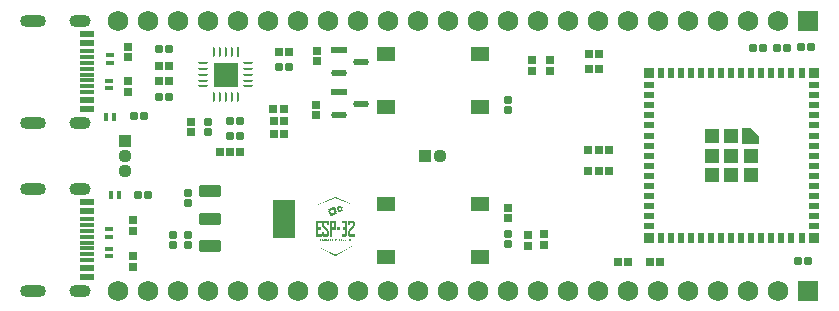
<source format=gts>
G04*
G04 #@! TF.GenerationSoftware,Altium Limited,Altium Designer,25.2.1 (25)*
G04*
G04 Layer_Color=8388736*
%FSLAX25Y25*%
%MOIN*%
G70*
G04*
G04 #@! TF.SameCoordinates,CFDFC737-2A4F-4172-B32B-428E1D980CDD*
G04*
G04*
G04 #@! TF.FilePolarity,Negative*
G04*
G01*
G75*
%ADD17R,0.05343X0.02253*%
G04:AMPARAMS|DCode=18|XSize=53.43mil|YSize=22.53mil|CornerRadius=11.26mil|HoleSize=0mil|Usage=FLASHONLY|Rotation=0.000|XOffset=0mil|YOffset=0mil|HoleType=Round|Shape=RoundedRectangle|*
%AMROUNDEDRECTD18*
21,1,0.05343,0.00000,0,0,0.0*
21,1,0.03091,0.02253,0,0,0.0*
1,1,0.02253,0.01545,0.00000*
1,1,0.02253,-0.01545,0.00000*
1,1,0.02253,-0.01545,0.00000*
1,1,0.02253,0.01545,0.00000*
%
%ADD18ROUNDEDRECTD18*%
%ADD24R,0.04528X0.02362*%
%ADD25R,0.04528X0.01181*%
G04:AMPARAMS|DCode=30|XSize=9.55mil|YSize=33.06mil|CornerRadius=4.77mil|HoleSize=0mil|Usage=FLASHONLY|Rotation=270.000|XOffset=0mil|YOffset=0mil|HoleType=Round|Shape=RoundedRectangle|*
%AMROUNDEDRECTD30*
21,1,0.00955,0.02351,0,0,270.0*
21,1,0.00000,0.03306,0,0,270.0*
1,1,0.00955,-0.01176,0.00000*
1,1,0.00955,-0.01176,0.00000*
1,1,0.00955,0.01176,0.00000*
1,1,0.00955,0.01176,0.00000*
%
%ADD30ROUNDEDRECTD30*%
G04:AMPARAMS|DCode=31|XSize=33.06mil|YSize=9.55mil|CornerRadius=4.77mil|HoleSize=0mil|Usage=FLASHONLY|Rotation=270.000|XOffset=0mil|YOffset=0mil|HoleType=Round|Shape=RoundedRectangle|*
%AMROUNDEDRECTD31*
21,1,0.03306,0.00000,0,0,270.0*
21,1,0.02351,0.00955,0,0,270.0*
1,1,0.00955,0.00000,-0.01176*
1,1,0.00955,0.00000,0.01176*
1,1,0.00955,0.00000,0.01176*
1,1,0.00955,0.00000,-0.01176*
%
%ADD31ROUNDEDRECTD31*%
%ADD32R,0.00955X0.03306*%
%ADD33R,0.06102X0.05118*%
%ADD37R,0.02526X0.02762*%
G04:AMPARAMS|DCode=38|XSize=27.62mil|YSize=25.26mil|CornerRadius=7.63mil|HoleSize=0mil|Usage=FLASHONLY|Rotation=90.000|XOffset=0mil|YOffset=0mil|HoleType=Round|Shape=RoundedRectangle|*
%AMROUNDEDRECTD38*
21,1,0.02762,0.00999,0,0,90.0*
21,1,0.01235,0.02526,0,0,90.0*
1,1,0.01527,0.00500,0.00618*
1,1,0.01527,0.00500,-0.00618*
1,1,0.01527,-0.00500,-0.00618*
1,1,0.01527,-0.00500,0.00618*
%
%ADD38ROUNDEDRECTD38*%
%ADD39R,0.02762X0.01778*%
G04:AMPARAMS|DCode=40|XSize=27.62mil|YSize=25.26mil|CornerRadius=7.63mil|HoleSize=0mil|Usage=FLASHONLY|Rotation=180.000|XOffset=0mil|YOffset=0mil|HoleType=Round|Shape=RoundedRectangle|*
%AMROUNDEDRECTD40*
21,1,0.02762,0.00999,0,0,180.0*
21,1,0.01235,0.02526,0,0,180.0*
1,1,0.01527,-0.00618,0.00500*
1,1,0.01527,0.00618,0.00500*
1,1,0.01527,0.00618,-0.00500*
1,1,0.01527,-0.00618,-0.00500*
%
%ADD40ROUNDEDRECTD40*%
%ADD41R,0.02762X0.02526*%
%ADD42R,0.03156X0.02762*%
%ADD43R,0.03550X0.03550*%
%ADD44R,0.01975X0.03550*%
%ADD45R,0.03550X0.01975*%
%ADD46R,0.05124X0.05124*%
%ADD47R,0.08071X0.08071*%
G04:AMPARAMS|DCode=48|XSize=39.43mil|YSize=72.9mil|CornerRadius=3.95mil|HoleSize=0mil|Usage=FLASHONLY|Rotation=90.000|XOffset=0mil|YOffset=0mil|HoleType=Round|Shape=RoundedRectangle|*
%AMROUNDEDRECTD48*
21,1,0.03943,0.06500,0,0,90.0*
21,1,0.03154,0.07290,0,0,90.0*
1,1,0.00790,0.03250,0.01577*
1,1,0.00790,0.03250,-0.01577*
1,1,0.00790,-0.03250,-0.01577*
1,1,0.00790,-0.03250,0.01577*
%
%ADD48ROUNDEDRECTD48*%
G04:AMPARAMS|DCode=49|XSize=129.98mil|YSize=72.9mil|CornerRadius=4.07mil|HoleSize=0mil|Usage=FLASHONLY|Rotation=90.000|XOffset=0mil|YOffset=0mil|HoleType=Round|Shape=RoundedRectangle|*
%AMROUNDEDRECTD49*
21,1,0.12998,0.06476,0,0,90.0*
21,1,0.12185,0.07290,0,0,90.0*
1,1,0.00813,0.03238,0.06093*
1,1,0.00813,0.03238,-0.06093*
1,1,0.00813,-0.03238,-0.06093*
1,1,0.00813,-0.03238,0.06093*
%
%ADD49ROUNDEDRECTD49*%
%ADD50R,0.01778X0.02762*%
G04:AMPARAMS|DCode=51|XSize=39.37mil|YSize=86.61mil|CornerRadius=19.68mil|HoleSize=0mil|Usage=FLASHONLY|Rotation=270.000|XOffset=0mil|YOffset=0mil|HoleType=Round|Shape=RoundedRectangle|*
%AMROUNDEDRECTD51*
21,1,0.03937,0.04724,0,0,270.0*
21,1,0.00000,0.08661,0,0,270.0*
1,1,0.03937,-0.02362,0.00000*
1,1,0.03937,-0.02362,0.00000*
1,1,0.03937,0.02362,0.00000*
1,1,0.03937,0.02362,0.00000*
%
%ADD51ROUNDEDRECTD51*%
G04:AMPARAMS|DCode=52|XSize=39.37mil|YSize=70.87mil|CornerRadius=19.68mil|HoleSize=0mil|Usage=FLASHONLY|Rotation=270.000|XOffset=0mil|YOffset=0mil|HoleType=Round|Shape=RoundedRectangle|*
%AMROUNDEDRECTD52*
21,1,0.03937,0.03150,0,0,270.0*
21,1,0.00000,0.07087,0,0,270.0*
1,1,0.03937,-0.01575,0.00000*
1,1,0.03937,-0.01575,0.00000*
1,1,0.03937,0.01575,0.00000*
1,1,0.03937,0.01575,0.00000*
%
%ADD52ROUNDEDRECTD52*%
%ADD53C,0.06800*%
%ADD54R,0.06800X0.06800*%
%ADD55C,0.04400*%
%ADD56R,0.04400X0.04400*%
%ADD57R,0.04400X0.04400*%
G36*
X248756Y56693D02*
Y53740D01*
X243244D01*
Y59252D01*
X246197D01*
X248756Y56693D01*
D02*
G37*
G36*
X107591Y36258D02*
X107785Y36157D01*
X107844Y36131D01*
X107899Y36119D01*
X107933Y36110D01*
X108022Y36047D01*
X108077Y36034D01*
X108111Y36026D01*
X108157Y35996D01*
X108208Y35962D01*
X108267Y35945D01*
X108343Y35903D01*
X108402Y35878D01*
X108436Y35869D01*
X108478Y35852D01*
X108588Y35802D01*
X108652Y35789D01*
X108719Y35747D01*
X108732Y35734D01*
X108774Y35717D01*
X108829Y35704D01*
X108871Y35688D01*
X108892Y35666D01*
X108909Y35658D01*
X108926Y35641D01*
X108985Y35624D01*
X109028Y35607D01*
X109078Y35574D01*
X109121Y35557D01*
X109154Y35548D01*
X109209Y35527D01*
X109315Y35481D01*
X109349Y35472D01*
X109395Y35459D01*
X109425Y35438D01*
X109476Y35405D01*
X109535Y35388D01*
X109602Y35362D01*
X109628Y35337D01*
X109645Y35329D01*
X109704Y35303D01*
X109759Y35282D01*
X109788Y35261D01*
X109805Y35244D01*
X109847Y35227D01*
X109881Y35219D01*
X109936Y35206D01*
X110008Y35168D01*
X110202Y35075D01*
X110257Y35062D01*
X110291Y35054D01*
X110304Y35041D01*
X110321Y35033D01*
X110346Y35007D01*
X110388Y34990D01*
X110456Y34973D01*
X110515Y34940D01*
X110532Y34923D01*
X110549Y34914D01*
X110591Y34898D01*
X110638Y34885D01*
X110688Y34851D01*
X110735Y34830D01*
X110794Y34813D01*
X110836Y34796D01*
X110853Y34788D01*
X110946Y34745D01*
X111009Y34733D01*
X111056Y34703D01*
X111073Y34686D01*
X111090Y34678D01*
X111132Y34661D01*
X111166Y34652D01*
X111212Y34640D01*
X111263Y34597D01*
X111309Y34576D01*
X111343Y34568D01*
X111436Y34517D01*
X111495Y34492D01*
X111542Y34479D01*
X111584Y34462D01*
X111673Y34424D01*
X111707Y34416D01*
X111762Y34395D01*
X111791Y34374D01*
X111850Y34340D01*
X111884Y34331D01*
X111964Y34302D01*
X111986Y34280D01*
X112002Y34272D01*
X112062Y34247D01*
X112117Y34226D01*
X112129Y34213D01*
X112146Y34205D01*
X112222Y34171D01*
X112256Y34162D01*
X112298Y34145D01*
X112374Y34111D01*
X112467Y34061D01*
X112526Y34035D01*
X112594Y34018D01*
X112649Y33997D01*
X112662Y33985D01*
X112679Y33976D01*
X112704Y33951D01*
X112771Y33934D01*
X112826Y33921D01*
X112856Y33900D01*
X112877Y33871D01*
X112915Y33858D01*
X112949Y33849D01*
X112995Y33837D01*
X113029Y33803D01*
X113050Y33765D01*
X113186Y33757D01*
X113215Y33735D01*
X113224Y33702D01*
X113190Y33693D01*
X113169Y33689D01*
X113143Y33697D01*
X113084Y33706D01*
X113033Y33757D01*
X112915Y33765D01*
X112869Y33795D01*
X112860Y33812D01*
X112847Y33824D01*
X112788Y33841D01*
X112721Y33849D01*
X112594Y33909D01*
X112560Y33917D01*
X112510Y33926D01*
X112400Y33976D01*
X112366Y33985D01*
X112260Y34023D01*
X112197Y34061D01*
X112154Y34078D01*
X112087Y34095D01*
X112032Y34116D01*
X111926Y34162D01*
X111863Y34175D01*
X111707Y34247D01*
X111639Y34264D01*
X111584Y34285D01*
X111512Y34323D01*
X111478Y34331D01*
X111432Y34344D01*
X111398Y34352D01*
X111301Y34399D01*
X111267Y34407D01*
X111191Y34424D01*
X111132Y34466D01*
X111056Y34500D01*
X110959Y34521D01*
X110916Y34538D01*
X110828Y34576D01*
X110773Y34589D01*
X110739Y34597D01*
X110650Y34644D01*
X110562Y34665D01*
X110515Y34695D01*
X110498Y34712D01*
X110481Y34720D01*
X110456Y34728D01*
X110422Y34737D01*
X110367Y34750D01*
X110325Y34767D01*
X110236Y34804D01*
X110202Y34813D01*
X110156Y34826D01*
X110114Y34843D01*
X110067Y34864D01*
X109932Y34906D01*
X109856Y34948D01*
X109797Y34973D01*
X109695Y34999D01*
X109585Y35050D01*
X109552Y35058D01*
X109501Y35067D01*
X109442Y35100D01*
X109366Y35134D01*
X109307Y35151D01*
X109252Y35164D01*
X109197Y35193D01*
X109192Y35197D01*
X109180Y35210D01*
X109133Y35223D01*
X109091Y35231D01*
X109057Y35240D01*
X109015Y35257D01*
X109002Y35269D01*
X108960Y35286D01*
X108892Y35303D01*
X108846Y35316D01*
X108816Y35329D01*
X108770Y35366D01*
X108715Y35388D01*
X108681Y35396D01*
X108626Y35409D01*
X108592Y35417D01*
X108495Y35464D01*
X108406Y35485D01*
X108364Y35502D01*
X108309Y35531D01*
X108275Y35540D01*
X108221Y35552D01*
X108191Y35565D01*
X108174Y35582D01*
X108157Y35590D01*
X108140Y35607D01*
X108098Y35624D01*
X108001Y35645D01*
X107959Y35662D01*
X107946Y35675D01*
X107887Y35700D01*
X107815Y35713D01*
X107773Y35730D01*
X107684Y35768D01*
X107637Y35781D01*
X107599Y35793D01*
X107566Y35802D01*
X107422Y35793D01*
X107380Y35776D01*
X107363Y35768D01*
X107312Y35734D01*
X107266Y35721D01*
X107232Y35713D01*
X107185Y35692D01*
X107151Y35683D01*
X107101Y35675D01*
X107050Y35641D01*
X106995Y35629D01*
X106928Y35586D01*
X106915Y35574D01*
X106847Y35557D01*
X106758Y35544D01*
X106716Y35527D01*
X106704Y35514D01*
X106628Y35481D01*
X106581Y35468D01*
X106539Y35451D01*
X106475Y35413D01*
X106408Y35396D01*
X106349Y35388D01*
X106306Y35362D01*
X106256Y35329D01*
X106188Y35312D01*
X106108Y35299D01*
X106065Y35282D01*
X106002Y35244D01*
X105956Y35231D01*
X105913Y35214D01*
X105884Y35185D01*
X105867Y35176D01*
X105825Y35159D01*
X105791Y35151D01*
X105690Y35142D01*
X105605Y35083D01*
X105550Y35071D01*
X105449Y35045D01*
X105406Y35028D01*
X105318Y34990D01*
X105284Y34982D01*
X105237Y34944D01*
X105199Y34923D01*
X105132Y34906D01*
X105051Y34893D01*
X105009Y34876D01*
X104997Y34864D01*
X104937Y34838D01*
X104857Y34809D01*
X104819Y34796D01*
X104751Y34788D01*
X104735Y34771D01*
X104718Y34762D01*
X104675Y34745D01*
X104620Y34724D01*
X104582Y34695D01*
X104566Y34686D01*
X104523Y34669D01*
X104392Y34648D01*
X104287Y34593D01*
X104253Y34585D01*
X104198Y34564D01*
X104109Y34517D01*
X104075Y34509D01*
X104016Y34500D01*
X103982Y34492D01*
X103936Y34454D01*
X103889Y34433D01*
X103856Y34424D01*
X103767Y34411D01*
X103725Y34395D01*
X103653Y34357D01*
X103572Y34327D01*
X103501Y34272D01*
X103442Y34264D01*
X103349Y34255D01*
X103255Y34196D01*
X103222Y34188D01*
X103137Y34162D01*
X103078Y34145D01*
X103023Y34124D01*
X102905Y34065D01*
X102841Y34027D01*
X102681Y33993D01*
X102520Y33917D01*
X102478Y33900D01*
X102393Y33892D01*
X102381Y33879D01*
X102377Y33866D01*
X102334Y33849D01*
X102301Y33841D01*
X102258Y33833D01*
X102208Y33782D01*
X102148Y33765D01*
X102030Y33773D01*
X102026Y33803D01*
X102056Y33841D01*
X102089Y33849D01*
X102208Y33866D01*
X102246Y33904D01*
X102250Y33917D01*
X102267Y33926D01*
X102309Y33942D01*
X102381Y33955D01*
X102398Y33972D01*
X102406Y33989D01*
X102461Y34018D01*
X102508Y34031D01*
X102550Y34048D01*
X102605Y34078D01*
X102647Y34095D01*
X102723Y34137D01*
X102782Y34162D01*
X102816Y34171D01*
X102880Y34183D01*
X102922Y34200D01*
X102951Y34221D01*
X102994Y34247D01*
X103036Y34264D01*
X103082Y34276D01*
X103124Y34293D01*
X103146Y34314D01*
X103163Y34323D01*
X103222Y34348D01*
X103255Y34357D01*
X103315Y34399D01*
X103420Y34437D01*
X103450Y34458D01*
X103467Y34475D01*
X103526Y34492D01*
X103615Y34505D01*
X103644Y34517D01*
X103720Y34568D01*
X103779Y34585D01*
X103834Y34606D01*
X103847Y34619D01*
X103864Y34627D01*
X103881Y34644D01*
X103940Y34669D01*
X103987Y34682D01*
X104016Y34703D01*
X104067Y34737D01*
X104130Y34750D01*
X104181Y34783D01*
X104194Y34796D01*
X104236Y34813D01*
X104295Y34821D01*
X104363Y34847D01*
X104388Y34872D01*
X104405Y34881D01*
X104447Y34898D01*
X104481Y34906D01*
X104536Y34919D01*
X104566Y34931D01*
X104612Y34969D01*
X104658Y34990D01*
X104705Y35003D01*
X104735Y35016D01*
X104751Y35033D01*
X104768Y35041D01*
X104785Y35058D01*
X104891Y35096D01*
X104954Y35134D01*
X105009Y35147D01*
X105056Y35176D01*
X105106Y35210D01*
X105174Y35227D01*
X105254Y35240D01*
X105292Y35269D01*
X105309Y35278D01*
X105326Y35295D01*
X105385Y35312D01*
X105419Y35320D01*
X105478Y35354D01*
X105529Y35388D01*
X105588Y35405D01*
X105647Y35438D01*
X105690Y35464D01*
X105723Y35472D01*
X105778Y35493D01*
X105799Y35514D01*
X105816Y35523D01*
X105875Y35548D01*
X105973Y35561D01*
X106040Y35603D01*
X106053Y35616D01*
X106095Y35633D01*
X106129Y35641D01*
X106175Y35654D01*
X106264Y35717D01*
X106319Y35730D01*
X106361Y35747D01*
X106391Y35776D01*
X106433Y35793D01*
X106480Y35806D01*
X106509Y35819D01*
X106526Y35835D01*
X106543Y35844D01*
X106602Y35869D01*
X106691Y35890D01*
X106737Y35920D01*
X106754Y35937D01*
X106839Y35962D01*
X106889Y35971D01*
X106970Y36026D01*
X107016Y36047D01*
X107063Y36059D01*
X107109Y36089D01*
X107126Y36106D01*
X107168Y36123D01*
X107249Y36152D01*
X107261Y36165D01*
X107320Y36191D01*
X107354Y36199D01*
X107413Y36233D01*
X107430Y36250D01*
X107473Y36266D01*
X107591Y36258D01*
D02*
G37*
G36*
X113372Y33672D02*
X113376Y33668D01*
X113380Y33664D01*
X113397Y33655D01*
X113401Y33634D01*
X113363Y33621D01*
X113278Y33630D01*
X113266Y33643D01*
X113257Y33668D01*
X113270Y33680D01*
X113372Y33672D01*
D02*
G37*
G36*
X101988Y33757D02*
X101992Y33727D01*
X101971Y33706D01*
X101903Y33689D01*
X101836Y33680D01*
X101815Y33659D01*
X101806Y33643D01*
X101777Y33613D01*
X101684Y33621D01*
X101663Y33643D01*
X101671Y33659D01*
X101684Y33672D01*
X101717Y33680D01*
X101760Y33689D01*
X101768D01*
X101810Y33697D01*
X101840Y33744D01*
X101853Y33757D01*
X101912Y33765D01*
X101988Y33757D01*
D02*
G37*
G36*
X101586Y33575D02*
X101578Y33558D01*
X101574Y33554D01*
X101565D01*
X101540Y33562D01*
X101536Y33575D01*
X101574Y33588D01*
X101586Y33575D01*
D02*
G37*
G36*
X113587D02*
Y33566D01*
X113595Y33558D01*
X113574Y33537D01*
X113524Y33545D01*
X113511Y33558D01*
X113519Y33583D01*
X113574Y33588D01*
X113587Y33575D01*
D02*
G37*
G36*
X106552Y33004D02*
X106589Y32916D01*
X106611Y32861D01*
X106619Y32742D01*
X106661Y32700D01*
X106767Y32662D01*
X106813Y32649D01*
X106868Y32637D01*
X106940Y32633D01*
X106987Y32671D01*
X107012Y32713D01*
X107037Y32738D01*
X107046Y32755D01*
X107063Y32797D01*
X107075Y32844D01*
X107101Y32869D01*
X107135Y32878D01*
X107228Y32869D01*
X107287Y32835D01*
X107329Y32793D01*
X107346Y32785D01*
X107359Y32747D01*
X107350Y32704D01*
X107325Y32662D01*
X107316Y32628D01*
X107308Y32578D01*
X107274Y32510D01*
X107299Y32468D01*
X107320Y32447D01*
X107337Y32438D01*
X107376Y32400D01*
X107384Y32383D01*
X107397Y32371D01*
X107413Y32362D01*
X107481Y32294D01*
X107515Y32286D01*
X107574Y32294D01*
X107667Y32345D01*
X107701Y32379D01*
X107756Y32392D01*
X107819Y32396D01*
X107857Y32366D01*
X107874Y32324D01*
X107882Y32307D01*
X107921Y32261D01*
X107942Y32240D01*
X107959Y32197D01*
X107916Y32138D01*
X107870Y32092D01*
X107853Y32083D01*
X107781Y32037D01*
X107773Y32020D01*
X107747Y31995D01*
X107739Y31978D01*
X107722Y31935D01*
X107756Y31876D01*
X107781Y31817D01*
X107794Y31737D01*
X107802Y31703D01*
X107836Y31669D01*
X107921Y31661D01*
X108085Y31648D01*
X108119Y31640D01*
X108149Y31627D01*
X108161Y31614D01*
X108170Y31580D01*
X108178Y31487D01*
X108187Y31462D01*
X108178Y31437D01*
X108153Y31394D01*
X108107Y31348D01*
X108047Y31340D01*
X107895Y31331D01*
X107857Y31302D01*
X107849Y31268D01*
X107840Y31242D01*
X107832Y31209D01*
X107811Y31120D01*
X107798Y31073D01*
X107807Y31006D01*
X107844Y30959D01*
X107887Y30934D01*
X107963Y30892D01*
X107997Y30858D01*
X108013Y30849D01*
X108035Y30837D01*
X108052Y30795D01*
X108039Y30740D01*
X108013Y30672D01*
X107992Y30642D01*
X107946Y30596D01*
X107929Y30587D01*
X107904Y30579D01*
X107853Y30587D01*
X107811Y30604D01*
X107756Y30625D01*
X107709Y30672D01*
X107676Y30680D01*
X107642Y30672D01*
X107574Y30604D01*
X107561Y30600D01*
X107553Y30583D01*
X107498Y30503D01*
X107477Y30482D01*
X107460Y30439D01*
X107451Y30406D01*
X107460Y30355D01*
X107545Y30220D01*
X107561Y30178D01*
X107553Y30127D01*
X107481Y30055D01*
X107422Y30030D01*
X107405Y30021D01*
X107346Y29996D01*
X107329Y30004D01*
X107291Y30042D01*
X107282Y30059D01*
X107223Y30118D01*
X107215Y30135D01*
X107198Y30152D01*
X107190Y30169D01*
X107177Y30182D01*
X107135Y30199D01*
X107101Y30207D01*
X107020Y30194D01*
X106953Y30169D01*
X106940Y30156D01*
X106864Y30123D01*
X106847Y30114D01*
X106826Y30093D01*
X106818Y30034D01*
X106826Y30000D01*
X106818Y29915D01*
X106809Y29814D01*
X106797Y29801D01*
X106763Y29793D01*
X106640Y29780D01*
X106619Y29776D01*
X106594Y29785D01*
X106552Y29810D01*
X106530Y29831D01*
X106522Y29865D01*
X106513Y29890D01*
X106497Y29958D01*
X106488Y30085D01*
X106458Y30114D01*
X106315Y30123D01*
X106273Y30139D01*
X106213Y30148D01*
X106188Y30139D01*
X106112Y30097D01*
X106070Y30013D01*
X106049Y29983D01*
X106015Y29932D01*
X105990Y29890D01*
X105943Y29877D01*
X105901Y29903D01*
X105884Y29920D01*
X105867Y29928D01*
X105757Y29987D01*
X105753Y30051D01*
X105761Y30076D01*
X105770Y30110D01*
X105791Y30165D01*
X105821Y30245D01*
X105837Y30287D01*
X105829Y30338D01*
X105808Y30359D01*
X105753Y30380D01*
X105723Y30402D01*
X105630Y30494D01*
X105613Y30503D01*
X105588Y30511D01*
X105546Y30503D01*
X105525Y30490D01*
X105516Y30473D01*
X105503Y30461D01*
X105461Y30444D01*
X105406Y30423D01*
X105377Y30402D01*
X105351Y30376D01*
X105292Y30385D01*
X105280Y30397D01*
X105271Y30414D01*
X105191Y30520D01*
X105170Y30558D01*
X105178Y30617D01*
X105203Y30642D01*
X105208Y30655D01*
X105225Y30663D01*
X105271Y30702D01*
X105288Y30718D01*
X105297Y30735D01*
X105318Y30756D01*
X105334Y30765D01*
X105373Y30803D01*
X105377Y30858D01*
X105368Y30900D01*
X105343Y31001D01*
X105301Y31069D01*
X105258Y31111D01*
X105225Y31120D01*
X105094Y31116D01*
X105043Y31124D01*
X105001Y31141D01*
X104988Y31154D01*
X104971Y31162D01*
X104950Y31217D01*
X104941Y31344D01*
X104950Y31369D01*
X104975Y31411D01*
X105009Y31420D01*
X105094Y31428D01*
X105123Y31441D01*
X105166Y31458D01*
X105199Y31466D01*
X105242Y31475D01*
X105263Y31496D01*
X105280Y31555D01*
X105288Y31665D01*
X105297Y31690D01*
X105305Y31724D01*
X105313Y31749D01*
X105280Y31809D01*
X105242Y31847D01*
X105225Y31855D01*
X105208Y31872D01*
X105191Y31880D01*
X105132Y31906D01*
X105072Y31940D01*
X105051Y31995D01*
X105064Y32041D01*
X105094Y32071D01*
X105111Y32113D01*
X105132Y32168D01*
X105157Y32193D01*
X105250Y32185D01*
X105292Y32168D01*
X105428Y32134D01*
X105457Y32130D01*
X105491Y32138D01*
X105525Y32172D01*
X105533Y32189D01*
X105563Y32219D01*
X105580Y32227D01*
X105584Y32231D01*
X105609Y32256D01*
X105618Y32273D01*
X105656Y32320D01*
X105668Y32333D01*
X105677Y32366D01*
X105668Y32409D01*
X105626Y32468D01*
X105601Y32510D01*
X105567Y32620D01*
X105575Y32679D01*
X105596Y32700D01*
X105673Y32742D01*
X105706Y32776D01*
X105740Y32785D01*
X105774Y32776D01*
X105821Y32738D01*
X105896Y32662D01*
X105905Y32645D01*
X105939Y32586D01*
X105951Y32573D01*
X105994Y32557D01*
X106087Y32565D01*
X106171Y32624D01*
X106218Y32637D01*
X106247Y32658D01*
X106268Y32679D01*
X106294Y32781D01*
X106285Y32916D01*
X106332Y32979D01*
X106349Y32987D01*
X106391Y33004D01*
X106450Y32996D01*
X106492Y33013D01*
X106552Y33004D01*
D02*
G37*
G36*
X108740Y33342D02*
X108753Y33330D01*
X108783Y33250D01*
X108804Y33228D01*
X108812Y33211D01*
X108829Y33195D01*
X108837Y33161D01*
X108863Y33093D01*
X108884Y33064D01*
X108901Y33055D01*
X108943Y33038D01*
X109002Y33030D01*
X109154Y33038D01*
X109226Y33093D01*
X109235Y33110D01*
X109268Y33169D01*
X109311Y33228D01*
X109336Y33271D01*
X109357Y33292D01*
X109391Y33300D01*
X109433Y33283D01*
X109514Y33254D01*
X109543Y33233D01*
X109564Y33211D01*
X109581Y33169D01*
X109573Y33102D01*
X109505Y32958D01*
X109497Y32924D01*
X109505Y32890D01*
X109539Y32831D01*
X109573Y32781D01*
X109598Y32738D01*
X109619Y32717D01*
X109636Y32709D01*
X109687Y32675D01*
X109746Y32683D01*
X109805Y32709D01*
X109915Y32717D01*
X110025Y32709D01*
X110046Y32688D01*
X110054Y32645D01*
Y32637D01*
X110063Y32569D01*
X110088Y32510D01*
X110080Y32493D01*
X110059Y32472D01*
X110000Y32438D01*
X109966Y32404D01*
X109906Y32388D01*
X109860Y32375D01*
X109830Y32354D01*
X109818Y32341D01*
X109784Y32231D01*
X109776Y32147D01*
X109784Y32087D01*
X109822Y32049D01*
X109839Y32041D01*
X109856Y32024D01*
X109873Y32016D01*
X109906Y31982D01*
X109924Y31973D01*
X109949Y31948D01*
X109966Y31940D01*
X109983Y31923D01*
X110042Y31889D01*
X110054Y31876D01*
X110046Y31792D01*
X110012Y31758D01*
X109961Y31665D01*
X109898Y31644D01*
X109873Y31652D01*
X109818Y31665D01*
X109729Y31711D01*
X109670Y31737D01*
X109636Y31745D01*
X109602Y31737D01*
X109581Y31724D01*
X109573Y31707D01*
X109543Y31669D01*
X109526Y31661D01*
X109480Y31623D01*
X109471Y31606D01*
X109429Y31547D01*
X109421Y31513D01*
X109429Y31428D01*
X109480Y31318D01*
X109471Y31259D01*
X109433Y31213D01*
X109416Y31196D01*
X109374Y31179D01*
X109315Y31162D01*
X109239Y31170D01*
X109222Y31187D01*
X109209Y31192D01*
X109201Y31209D01*
X109167Y31285D01*
X109150Y31327D01*
X109091Y31403D01*
X109053Y31441D01*
X108985Y31458D01*
X108850Y31449D01*
X108774Y31407D01*
X108723Y31323D01*
X108711Y31318D01*
X108702Y31302D01*
X108652Y31209D01*
X108639Y31196D01*
X108605Y31187D01*
X108537Y31196D01*
X108512Y31221D01*
X108495Y31230D01*
X108419Y31272D01*
X108398Y31293D01*
X108390Y31327D01*
X108440Y31437D01*
X108453Y31492D01*
X108461Y31525D01*
X108478Y31568D01*
X108483Y31614D01*
X108440Y31682D01*
X108415Y31724D01*
X108385Y31745D01*
X108356Y31775D01*
X108347Y31792D01*
X108326Y31813D01*
X108292Y31821D01*
X108238Y31809D01*
X108191Y31796D01*
X108149Y31779D01*
X108090Y31762D01*
X107988Y31771D01*
X107959Y31800D01*
X107929Y31880D01*
X107916Y31893D01*
X107908Y31910D01*
X107899Y31935D01*
X107908Y31978D01*
X107954Y32041D01*
X107997Y32058D01*
X108030Y32066D01*
X108077Y32079D01*
X108123Y32125D01*
X108183Y32159D01*
X108204Y32214D01*
X108195Y32434D01*
X108166Y32463D01*
X108132Y32472D01*
X108073Y32514D01*
X107963Y32573D01*
X107950Y32611D01*
X107959Y32721D01*
X108001Y32781D01*
X108047Y32827D01*
X108081Y32835D01*
X108123Y32827D01*
X108183Y32802D01*
X108238Y32789D01*
X108280Y32772D01*
X108326Y32751D01*
X108352Y32759D01*
X108444Y32810D01*
X108466Y32840D01*
X108487Y32861D01*
X108546Y32895D01*
X108559Y32907D01*
X108563Y32945D01*
X108542Y33017D01*
X108533Y33093D01*
X108525Y33119D01*
X108512Y33173D01*
X108508Y33228D01*
X108533Y33271D01*
X108546Y33283D01*
X108626Y33313D01*
X108656Y33334D01*
X108698Y33351D01*
X108740Y33342D01*
D02*
G37*
G36*
X107388Y28314D02*
X107451Y28301D01*
X107494Y28284D01*
X107540Y28263D01*
X107595Y28242D01*
X107629Y28217D01*
X107637Y28200D01*
X107667Y28170D01*
X107684Y28162D01*
X107701Y28145D01*
X107713Y28141D01*
X107722Y28124D01*
X107781Y28065D01*
X107798Y27997D01*
X107811Y27951D01*
X107840Y27854D01*
X107849Y27794D01*
X107840Y25749D01*
X107815Y25690D01*
X107798Y25622D01*
X107777Y25534D01*
X107730Y25470D01*
X107722Y25453D01*
X107684Y25407D01*
X107667Y25398D01*
X107650Y25381D01*
X107633Y25373D01*
X107608Y25348D01*
X107515Y25297D01*
X107490Y25289D01*
X107388Y25280D01*
X107346Y25263D01*
X106260Y25267D01*
X106218Y25251D01*
X106209Y25225D01*
X106218Y25191D01*
X106230Y25179D01*
X106247Y25170D01*
X106319Y25115D01*
X106327Y25082D01*
X106319Y23053D01*
X106298Y23024D01*
X106264Y23015D01*
X106129Y23024D01*
X105850D01*
X105732Y23015D01*
X105706Y23024D01*
X105664Y23049D01*
X105651Y23062D01*
X105643Y23096D01*
X105634Y23155D01*
X105643Y23189D01*
X105639Y28035D01*
X105647Y28086D01*
X105651Y28107D01*
X105618Y28166D01*
X105575Y28242D01*
X105542Y28276D01*
X105550Y28310D01*
X105563Y28322D01*
X105685Y28318D01*
X107363Y28322D01*
X107388Y28314D01*
D02*
G37*
G36*
X111030Y28289D02*
X111064Y28280D01*
X111195Y28259D01*
X111229Y28251D01*
X111271Y28225D01*
X111280Y28208D01*
X111318Y28170D01*
X111335Y28162D01*
X111432Y28065D01*
X111440Y28031D01*
X111500Y27938D01*
X111516Y27820D01*
X111525Y26366D01*
Y26358D01*
X111516Y26079D01*
X111508Y26053D01*
X111491Y26011D01*
X111449Y25918D01*
X111428Y25863D01*
X111411Y25838D01*
X111394Y25829D01*
X111339Y25774D01*
X111331Y25758D01*
X111238Y25698D01*
X111216Y25677D01*
X111200Y25669D01*
X111178Y25648D01*
X111187Y25614D01*
X111208Y25593D01*
X111267Y25567D01*
X111309Y25542D01*
X111356Y25504D01*
X111398Y25462D01*
X111407Y25445D01*
X111424Y25428D01*
X111457Y25352D01*
X111491Y25267D01*
X111508Y25208D01*
X111516Y25149D01*
X111521Y23497D01*
X111491Y23400D01*
X111500Y23366D01*
X111491Y23324D01*
X111457Y23273D01*
X111415Y23197D01*
X111309Y23091D01*
X111267Y23074D01*
X111221Y23062D01*
X111170Y23028D01*
X111132Y23015D01*
X111069Y23019D01*
X111026Y23002D01*
X110993Y22994D01*
X110912Y22990D01*
X110887Y22998D01*
X110802Y22990D01*
X109784Y22994D01*
X109704Y22990D01*
X109666Y23019D01*
X109657Y23079D01*
X109666Y23780D01*
X109678Y23793D01*
X109712Y23801D01*
X109835Y23797D01*
X110667Y23801D01*
X110693Y23793D01*
X110777Y23801D01*
X110815Y23831D01*
X110824Y23865D01*
X110815Y23949D01*
X110819Y25204D01*
X110798Y25234D01*
X110743Y25255D01*
X110638Y25251D01*
X110029Y25259D01*
X110000Y25280D01*
X109987Y25327D01*
X109995Y25386D01*
X110004Y26020D01*
X110016Y26041D01*
X110084Y26058D01*
X110785Y26066D01*
X110815Y26096D01*
X110824Y26129D01*
X110815Y26239D01*
X110807Y27456D01*
X110769Y27494D01*
X110709Y27503D01*
X110650Y27494D01*
X109792Y27498D01*
X109695Y27494D01*
X109666Y27524D01*
X109657Y27558D01*
X109666Y28259D01*
X109695Y28297D01*
X109818Y28293D01*
X111005Y28297D01*
X111030Y28289D01*
D02*
G37*
G36*
X102998Y28301D02*
X103032Y28284D01*
X103049Y28225D01*
X103044Y27663D01*
X103049Y27566D01*
X103027Y27528D01*
X102985Y27511D01*
X102909Y27503D01*
X102884Y27511D01*
X101772Y27515D01*
X101743Y27503D01*
X101730Y27490D01*
X101739Y27456D01*
X101751Y27444D01*
X101827Y27401D01*
X101865Y27363D01*
X101882Y27321D01*
X101891Y27287D01*
X101882Y27228D01*
Y26839D01*
Y26831D01*
X101891Y26087D01*
X101912Y26066D01*
X101946Y26058D01*
X102664Y26049D01*
X102685Y26037D01*
X102693Y26003D01*
X102698Y25306D01*
X102685Y25276D01*
X102664Y25255D01*
X102579Y25246D01*
X102546Y25255D01*
X101916Y25251D01*
X101802Y25255D01*
X101760Y25229D01*
X101747Y25217D01*
X101755Y25191D01*
X101777Y25170D01*
X101794Y25162D01*
X101853Y25120D01*
X101865Y25107D01*
X101882Y25048D01*
X101891Y23831D01*
X101912Y23810D01*
X101988Y23801D01*
X102013Y23810D01*
X102068Y23805D01*
X102808Y23810D01*
X102833Y23801D01*
X102960Y23810D01*
X102985Y23801D01*
X103019Y23793D01*
X103040Y23772D01*
X103049Y23738D01*
X103044Y23641D01*
X103049Y23096D01*
X103015Y23036D01*
X102994Y23015D01*
X102960Y23007D01*
X102930Y23002D01*
X101240Y23011D01*
X101206Y23045D01*
X101198Y23079D01*
X101193Y23159D01*
X101198Y27997D01*
X101189Y28023D01*
X101198Y28082D01*
X101206Y28107D01*
X101181Y28149D01*
X101168Y28162D01*
X101155Y28166D01*
X101147Y28183D01*
X101130Y28225D01*
X101122Y28259D01*
X101130Y28293D01*
X101143Y28306D01*
X102947Y28310D01*
X102998Y28301D01*
D02*
G37*
G36*
X103889Y28306D02*
X104899Y28310D01*
X104941Y28301D01*
X104984Y28284D01*
X105072Y28246D01*
X105119Y28234D01*
X105166Y28204D01*
X105182Y28187D01*
X105199Y28179D01*
X105258Y28137D01*
X105305Y28065D01*
X105322Y28048D01*
X105330Y28031D01*
X105347Y27989D01*
X105356Y27929D01*
X105364Y27896D01*
X105377Y27765D01*
X105385Y26818D01*
X105389Y26763D01*
X105351Y26717D01*
X105267Y26708D01*
X104726Y26717D01*
X104705Y26730D01*
X104688Y26772D01*
X104697Y26907D01*
X104688Y27482D01*
X104667Y27503D01*
X104608Y27511D01*
X103860Y27507D01*
X103817Y27515D01*
X103771Y27520D01*
X103733Y27498D01*
X103742Y27465D01*
X103763Y27444D01*
X103779Y27435D01*
X103809Y27414D01*
X103817Y27397D01*
X103834Y27380D01*
X103843Y27363D01*
X103856Y27351D01*
X103868Y27346D01*
X103877Y27329D01*
X103885Y27304D01*
X103894Y26670D01*
X103932Y26632D01*
X103948Y26624D01*
X103961Y26611D01*
X103970Y26594D01*
X104004Y26535D01*
X104016Y26522D01*
X104033Y26514D01*
X104054Y26484D01*
X104092Y26438D01*
X104130Y26400D01*
X104139Y26383D01*
X104156Y26366D01*
X104164Y26349D01*
X104181Y26332D01*
X104189Y26315D01*
X104215Y26290D01*
X104223Y26273D01*
X104291Y26206D01*
X104299Y26189D01*
X104316Y26172D01*
X104320Y26159D01*
X104337Y26151D01*
X104375Y26112D01*
X104409Y26053D01*
X104451Y26011D01*
X104460Y25994D01*
X104485Y25969D01*
X104494Y25952D01*
X104519Y25927D01*
X104527Y25910D01*
X104561Y25851D01*
X104620Y25791D01*
X104629Y25774D01*
X104675Y25728D01*
X104688Y25724D01*
X104697Y25707D01*
X104730Y25648D01*
X104789Y25589D01*
X104798Y25572D01*
X104832Y25538D01*
X104840Y25521D01*
X104857Y25504D01*
X104866Y25487D01*
X104882Y25470D01*
X104891Y25453D01*
X104933Y25411D01*
X104967Y25352D01*
X104980Y25339D01*
X104997Y25331D01*
X105018Y25310D01*
X105026Y25293D01*
X105064Y25246D01*
X105111Y25200D01*
X105144Y25141D01*
X105246Y25039D01*
X105254Y25022D01*
X105288Y24963D01*
X105356Y24896D01*
X105381Y24811D01*
X105385Y24756D01*
X105381Y23560D01*
X105389Y23535D01*
X105381Y23510D01*
X105373Y23459D01*
X105364Y23434D01*
X105356Y23332D01*
X105313Y23273D01*
X105288Y23248D01*
X105267Y23193D01*
X105246Y23163D01*
X105161Y23112D01*
X105157Y23100D01*
X105140Y23091D01*
X105123Y23074D01*
X105081Y23057D01*
X105026Y23036D01*
X104980Y23015D01*
X104899Y23019D01*
X104857Y23011D01*
X103678Y23007D01*
X103619Y23032D01*
X103585Y23041D01*
X103526Y23049D01*
X103450Y23057D01*
X103412Y23096D01*
X103403Y23112D01*
X103391Y23125D01*
X103374Y23133D01*
X103327Y23172D01*
X103315Y23184D01*
X103311Y23189D01*
X103260Y23239D01*
X103251Y23256D01*
X103234Y23298D01*
X103222Y23345D01*
X103184Y23408D01*
X103175Y23822D01*
X103171Y24545D01*
X103180Y24596D01*
X103192Y24608D01*
X103196Y24621D01*
X103247Y24638D01*
X103272Y24629D01*
X103856Y24621D01*
X103877Y24600D01*
X103885Y24541D01*
X103894Y23831D01*
X103915Y23810D01*
X103974Y23801D01*
X104109Y23810D01*
X104587Y23805D01*
X104637Y23814D01*
X104667Y23835D01*
X104680Y23848D01*
X104697Y23915D01*
X104688Y24608D01*
X104646Y24667D01*
X104629Y24684D01*
X104620Y24701D01*
X104561Y24760D01*
X104519Y24836D01*
X104489Y24858D01*
X104460Y24887D01*
X104451Y24904D01*
X104430Y24934D01*
X104413Y24942D01*
X104392Y24963D01*
X104350Y25039D01*
X104240Y25149D01*
X104232Y25166D01*
X104215Y25183D01*
X104206Y25200D01*
X104156Y25251D01*
X104147Y25267D01*
X104105Y25327D01*
X104054Y25377D01*
X104046Y25394D01*
X103978Y25462D01*
X103936Y25538D01*
X103902Y25572D01*
X103894Y25589D01*
X103877Y25605D01*
X103868Y25622D01*
X103826Y25665D01*
X103792Y25724D01*
X103771Y25745D01*
X103754Y25753D01*
X103742Y25766D01*
X103733Y25783D01*
X103716Y25800D01*
X103708Y25817D01*
X103687Y25838D01*
X103670Y25846D01*
X103632Y25910D01*
X103623Y25927D01*
X103606Y25943D01*
X103598Y25960D01*
X103560Y25998D01*
X103543Y26007D01*
X103522Y26028D01*
X103513Y26045D01*
X103496Y26062D01*
X103463Y26121D01*
X103420Y26163D01*
X103412Y26180D01*
X103374Y26227D01*
X103336Y26265D01*
X103327Y26282D01*
X103311Y26298D01*
X103302Y26315D01*
X103268Y26349D01*
X103260Y26366D01*
X103243Y26383D01*
X103234Y26400D01*
X103192Y26442D01*
X103175Y26484D01*
X103171Y26548D01*
X103180Y27832D01*
X103196Y27900D01*
X103230Y27993D01*
X103251Y28048D01*
X103260Y28065D01*
X103298Y28111D01*
X103319Y28132D01*
X103327Y28149D01*
X103340Y28162D01*
X103357Y28170D01*
X103416Y28213D01*
X103433Y28229D01*
X103450Y28238D01*
X103475Y28246D01*
X103509Y28255D01*
X103556Y28268D01*
X103627Y28297D01*
X103779Y28306D01*
X103805Y28314D01*
X103889Y28306D01*
D02*
G37*
G36*
X109137Y26058D02*
X109159Y26037D01*
X109167Y26003D01*
X109163Y25889D01*
X109167Y25436D01*
Y25428D01*
X109159Y25293D01*
X109146Y25272D01*
X109087Y25255D01*
X108090Y25263D01*
X108060Y25284D01*
X108052Y25318D01*
X108043Y25360D01*
X108052Y25386D01*
X108047Y25441D01*
X108052Y25648D01*
X108043Y25673D01*
X108047Y25939D01*
X108043Y26020D01*
X108064Y26049D01*
X108098Y26058D01*
X108157Y26066D01*
X109137Y26058D01*
D02*
G37*
G36*
X113481Y28314D02*
X113528Y28301D01*
X113570Y28284D01*
X113604Y28276D01*
X113646Y28268D01*
X113680Y28259D01*
X113748Y28217D01*
X113769Y28196D01*
X113786Y28187D01*
X113836Y28153D01*
X113853Y28145D01*
X113895Y28060D01*
X113917Y28031D01*
X113934Y28014D01*
X113950Y27972D01*
X113963Y27841D01*
X113971Y27790D01*
X113976Y27760D01*
X113967Y27735D01*
X113971Y26522D01*
X113963Y26480D01*
X113946Y26438D01*
X113904Y26387D01*
X113857Y26315D01*
X113798Y26256D01*
X113790Y26239D01*
X113773Y26222D01*
X113769Y26210D01*
X113752Y26201D01*
X113731Y26180D01*
X113714Y26138D01*
X113688Y26096D01*
X113553Y25960D01*
X113519Y25901D01*
X113486Y25868D01*
X113477Y25851D01*
X113431Y25804D01*
X113414Y25796D01*
X113401Y25783D01*
X113359Y25707D01*
X113317Y25665D01*
X113283Y25605D01*
X113253Y25576D01*
X113241Y25572D01*
X113232Y25555D01*
X113177Y25475D01*
X113148Y25445D01*
X113139Y25428D01*
X113118Y25407D01*
X113101Y25398D01*
X113072Y25369D01*
X113038Y25310D01*
X113004Y25276D01*
X112995Y25259D01*
X112962Y25200D01*
X112949Y25187D01*
X112932Y25179D01*
X112886Y25132D01*
X112877Y25115D01*
X112864Y25103D01*
X112847Y25094D01*
X112826Y25073D01*
X112818Y25056D01*
X112776Y24997D01*
X112759Y24980D01*
X112750Y24963D01*
X112733Y24946D01*
X112729Y24934D01*
X112712Y24925D01*
X112687Y24900D01*
X112674Y24896D01*
X112632Y24820D01*
X112590Y24777D01*
X112556Y24718D01*
X112488Y24651D01*
X112476Y24596D01*
X112467Y24520D01*
X112476Y23877D01*
X112488Y23848D01*
X112510Y23826D01*
X112543Y23818D01*
X113938Y23810D01*
X113959Y23788D01*
X113967Y23755D01*
X113976Y23704D01*
X113967Y23679D01*
X113971Y23133D01*
X113959Y23062D01*
X113929Y23024D01*
X113895Y23015D01*
X113735Y23024D01*
X112311Y23019D01*
X112235Y23028D01*
X112163Y23049D01*
X112129Y23057D01*
X112036Y23066D01*
X112015Y23087D01*
X112007Y23104D01*
X111977Y23133D01*
X111918Y23167D01*
X111880Y23205D01*
X111871Y23222D01*
X111846Y23265D01*
X111787Y23391D01*
X111778Y23425D01*
X111770Y23535D01*
X111778Y24887D01*
X111817Y24925D01*
X111833Y24934D01*
X111855Y24955D01*
X111863Y24972D01*
X111888Y24997D01*
X111897Y25014D01*
X111914Y25031D01*
X111952Y25094D01*
X111969Y25103D01*
X112007Y25141D01*
X112015Y25158D01*
X112036Y25179D01*
X112053Y25187D01*
X112083Y25217D01*
X112091Y25251D01*
X112133Y25310D01*
X112167Y25343D01*
X112176Y25360D01*
X112205Y25398D01*
X112222Y25407D01*
X112269Y25453D01*
X112277Y25470D01*
X112311Y25504D01*
X112319Y25521D01*
X112362Y25580D01*
X112412Y25631D01*
X112446Y25690D01*
X112480Y25724D01*
X112514Y25783D01*
X112552Y25821D01*
X112569Y25829D01*
X112581Y25842D01*
X112590Y25859D01*
X112628Y25905D01*
X112641Y25918D01*
X112674Y25977D01*
X112687Y25990D01*
X112704Y25998D01*
X112725Y26020D01*
X112733Y26037D01*
X112788Y26117D01*
X112810Y26138D01*
X112843Y26197D01*
X112856Y26210D01*
X112873Y26218D01*
X112911Y26256D01*
X112919Y26273D01*
X112970Y26324D01*
X112978Y26341D01*
X113017Y26387D01*
X113038Y26408D01*
X113046Y26425D01*
X113063Y26442D01*
X113072Y26459D01*
X113084Y26472D01*
X113101Y26480D01*
X113139Y26518D01*
X113173Y26577D01*
X113207Y26611D01*
X113215Y26628D01*
X113249Y26687D01*
X113266Y26704D01*
X113274Y26721D01*
X113291Y26738D01*
X113295Y26801D01*
X113291Y27422D01*
X113300Y27448D01*
X113291Y27490D01*
X113270Y27511D01*
X113211Y27520D01*
X112471Y27515D01*
X112395Y27524D01*
X112374Y27528D01*
X112349Y27520D01*
X112311Y27498D01*
X112319Y27465D01*
X112340Y27444D01*
X112374Y27435D01*
X112421Y27397D01*
X112429Y27380D01*
X112471Y27321D01*
X112463Y26738D01*
X112417Y26717D01*
X112357Y26708D01*
X111800Y26717D01*
X111770Y26746D01*
Y27600D01*
Y27608D01*
X111778Y27854D01*
X111787Y27879D01*
X111795Y27913D01*
X111804Y27972D01*
X111821Y27989D01*
X111846Y28048D01*
X111871Y28090D01*
X111931Y28149D01*
X111939Y28166D01*
X111969Y28187D01*
X112015Y28225D01*
X112045Y28255D01*
X112138Y28280D01*
X112209Y28293D01*
X112252Y28310D01*
X112285Y28318D01*
X113456Y28322D01*
X113481Y28314D01*
D02*
G37*
G36*
X106082Y22149D02*
X106108Y22132D01*
X106116Y22098D01*
X106082Y22039D01*
X106070Y22026D01*
X106011Y22018D01*
X105985Y22026D01*
X105901Y22018D01*
X105888Y22005D01*
Y21997D01*
X105880Y21971D01*
X105901Y21950D01*
X105935Y21942D01*
X105994Y21934D01*
X106032Y21904D01*
X106023Y21870D01*
X106011Y21857D01*
X105968Y21840D01*
X105905Y21828D01*
X105888Y21811D01*
X105896Y21777D01*
X105909Y21765D01*
X106087Y21756D01*
X106125Y21735D01*
X106133Y21701D01*
X106095Y21655D01*
X106027Y21638D01*
X105888Y21642D01*
X105808Y21638D01*
X105761Y21676D01*
X105753Y21735D01*
X105761Y22107D01*
X105782Y22145D01*
X105825Y22162D01*
X105960Y22153D01*
X105985Y22162D01*
X106082Y22149D01*
D02*
G37*
G36*
X103315Y22153D02*
X103353Y22124D01*
X103344Y22064D01*
X103323Y22035D01*
X103281Y22018D01*
X103196Y22026D01*
X103146Y22018D01*
X103124Y21997D01*
X103133Y21955D01*
X103180Y21942D01*
X103239Y21934D01*
X103255Y21917D01*
X103268Y21912D01*
X103277Y21887D01*
X103255Y21857D01*
X103196Y21840D01*
X103163Y21832D01*
X103124Y21811D01*
X103133Y21777D01*
X103171Y21765D01*
X103323Y21756D01*
X103365Y21731D01*
X103370Y21693D01*
X103349Y21663D01*
X103306Y21646D01*
X103272Y21638D01*
X103133Y21642D01*
X103044Y21638D01*
X103027Y21655D01*
X103015Y21659D01*
X102998Y21718D01*
X103006Y22115D01*
X103036Y22153D01*
X103095Y22162D01*
X103180Y22153D01*
X103196D01*
X103222Y22162D01*
X103315Y22153D01*
D02*
G37*
G36*
X112624Y22149D02*
X112641Y22132D01*
X112632Y22107D01*
Y22098D01*
X112607Y22073D01*
X112598Y22056D01*
X112560Y22009D01*
X112543Y22001D01*
X112514Y21980D01*
X112505Y21946D01*
X112564Y21862D01*
X112573Y21828D01*
X112632Y21743D01*
X112649Y21701D01*
X112641Y21642D01*
X112628Y21629D01*
X112602Y21621D01*
X112526Y21663D01*
X112514Y21676D01*
X112505Y21693D01*
X112455Y21786D01*
X112442Y21798D01*
X112391Y21824D01*
X112370Y21802D01*
X112362Y21667D01*
X112324Y21629D01*
X112273Y21638D01*
X112260Y21650D01*
X112252Y21684D01*
X112243Y21794D01*
X112252Y21853D01*
X112248Y22077D01*
X112256Y22119D01*
X112277Y22149D01*
X112340Y22153D01*
X112362Y22132D01*
X112370Y22048D01*
X112408Y22043D01*
X112467Y22086D01*
X112484Y22094D01*
X112535Y22145D01*
X112569Y22153D01*
X112590Y22157D01*
X112624Y22149D01*
D02*
G37*
G36*
X109197Y22153D02*
X109209Y22140D01*
X109201Y22107D01*
X109163Y22060D01*
X109150Y22048D01*
X109142Y22031D01*
X109121Y22009D01*
X109108Y22005D01*
X109099Y21988D01*
X109083Y21971D01*
X109074Y21921D01*
X109150Y21811D01*
X109159Y21794D01*
X109218Y21667D01*
X109209Y21642D01*
X109197Y21629D01*
X109129Y21638D01*
X109112Y21655D01*
X109095Y21663D01*
X109049Y21735D01*
X109007Y21794D01*
X108998Y21811D01*
X108977Y21832D01*
X108943Y21824D01*
X108930Y21786D01*
X108935Y21697D01*
X108926Y21663D01*
X108905Y21633D01*
X108859Y21629D01*
X108837Y21642D01*
X108821Y21684D01*
X108812Y21769D01*
X108821Y21904D01*
X108816Y22060D01*
X108825Y22111D01*
X108859Y22153D01*
X108876D01*
X108909Y22145D01*
X108930Y22124D01*
X108939Y22048D01*
X108952Y22035D01*
X108973Y22031D01*
X108998Y22048D01*
X109007Y22064D01*
X109053Y22111D01*
X109070Y22119D01*
X109087Y22136D01*
X109146Y22162D01*
X109197Y22153D01*
D02*
G37*
G36*
X111022D02*
X111098Y22111D01*
X111111Y22098D01*
X111119Y22064D01*
X111111Y22022D01*
X111073Y22009D01*
X111014Y22018D01*
X110954Y22060D01*
X110921Y22052D01*
X110908Y22039D01*
X110900Y22005D01*
Y21997D01*
X110921Y21959D01*
X110954Y21950D01*
X111009Y21929D01*
X111022Y21917D01*
X111081Y21883D01*
X111094Y21870D01*
X111111Y21811D01*
X111119Y21752D01*
X111102Y21710D01*
X111081Y21688D01*
X110988Y21638D01*
X110946Y21621D01*
X110883Y21633D01*
X110828Y21655D01*
X110781Y21667D01*
X110739Y21684D01*
X110722Y21701D01*
X110714Y21760D01*
X110739Y21802D01*
X110760Y21807D01*
X110819Y21773D01*
X110862Y21756D01*
X110895Y21748D01*
X110938Y21756D01*
X110967Y21786D01*
X110959Y21811D01*
X110938Y21832D01*
X110878Y21849D01*
X110845Y21857D01*
X110802Y21883D01*
X110790Y21895D01*
X110747Y21988D01*
X110756Y22039D01*
X110815Y22115D01*
X110828Y22128D01*
X110845Y22136D01*
X110887Y22153D01*
X110921Y22162D01*
X111022Y22153D01*
D02*
G37*
G36*
X104811D02*
X104819Y22145D01*
X104827D01*
X104903Y22086D01*
X104916Y22056D01*
X104887Y22018D01*
X104853Y22009D01*
X104785Y22018D01*
X104743Y22035D01*
X104692Y22026D01*
X104646Y21988D01*
X104629Y21971D01*
X104612Y21912D01*
X104620Y21819D01*
X104637Y21802D01*
X104646Y21786D01*
X104692Y21765D01*
X104751Y21773D01*
X104789Y21802D01*
X104764Y21845D01*
X104747Y21887D01*
X104768Y21917D01*
X104827Y21925D01*
X104903Y21917D01*
X104920Y21900D01*
X104933Y21895D01*
X104941Y21862D01*
X104933Y21735D01*
X104903Y21697D01*
X104887Y21688D01*
X104836Y21655D01*
X104781Y21642D01*
X104743Y21638D01*
X104718Y21646D01*
X104650Y21655D01*
X104608Y21671D01*
X104591Y21680D01*
X104553Y21710D01*
X104544Y21726D01*
X104519Y21752D01*
X104510Y21769D01*
X104477Y21802D01*
X104468Y21862D01*
X104477Y21938D01*
X104544Y22064D01*
X104582Y22103D01*
X104599Y22111D01*
X104658Y22153D01*
X104718Y22162D01*
X104811Y22153D01*
D02*
G37*
G36*
X103830D02*
X103936Y22098D01*
X103944Y22081D01*
X103953Y22056D01*
X103944Y22031D01*
X103923Y22009D01*
X103868Y22005D01*
X103834Y22014D01*
X103801Y22031D01*
X103796Y22035D01*
X103771Y22043D01*
X103758Y22031D01*
X103767Y21980D01*
X103788Y21950D01*
X103805Y21942D01*
X103932Y21874D01*
X103953Y21853D01*
X103970Y21811D01*
X103961Y21735D01*
X103898Y21671D01*
X103881Y21663D01*
X103856Y21638D01*
X103796Y21621D01*
X103763Y21629D01*
X103708Y21650D01*
X103674Y21659D01*
X103632Y21667D01*
X103589Y21684D01*
X103572Y21726D01*
X103581Y21777D01*
X103594Y21790D01*
X103653Y21781D01*
X103746Y21739D01*
X103788Y21756D01*
X103809Y21777D01*
X103801Y21819D01*
X103779Y21840D01*
X103712Y21857D01*
X103653Y21891D01*
X103636Y21917D01*
X103619Y21925D01*
X103598Y21946D01*
X103581Y21988D01*
X103594Y22035D01*
X103627Y22086D01*
X103644Y22094D01*
X103661Y22111D01*
X103678Y22119D01*
X103737Y22153D01*
X103771Y22162D01*
X103830Y22153D01*
D02*
G37*
G36*
X108267Y22145D02*
X108280Y22132D01*
X108271Y22073D01*
X108254Y22056D01*
X108246Y22039D01*
X108233Y22026D01*
X108229Y22022D01*
X108187Y21929D01*
X108178Y21912D01*
X108161Y21895D01*
X108153Y21879D01*
X108136Y21862D01*
X108128Y21828D01*
X108119Y21659D01*
X108090Y21629D01*
X108039Y21638D01*
X108018Y21659D01*
X108001Y21726D01*
X108009Y21752D01*
X108001Y21828D01*
X107967Y21887D01*
X107916Y21980D01*
X107887Y22001D01*
X107866Y22048D01*
X107857Y22081D01*
X107870Y22128D01*
X107895Y22153D01*
X107937Y22145D01*
X107975Y22107D01*
X107984Y22090D01*
X108026Y22031D01*
X108035Y22014D01*
X108073Y22001D01*
X108111Y22022D01*
X108119Y22039D01*
X108174Y22119D01*
X108208Y22153D01*
X108267Y22145D01*
D02*
G37*
G36*
X110515D02*
X110536Y22098D01*
X110528Y21819D01*
X110464Y21697D01*
X110447Y21688D01*
X110338Y21638D01*
X110278Y21646D01*
X110236Y21663D01*
X110181Y21684D01*
X110152Y21705D01*
X110131Y21760D01*
X110118Y21824D01*
X110101Y21891D01*
X110097Y21946D01*
X110105Y21971D01*
X110114Y22124D01*
X110143Y22153D01*
X110202Y22145D01*
X110223Y22124D01*
X110232Y21988D01*
X110223Y21904D01*
X110232Y21879D01*
X110240Y21811D01*
X110261Y21781D01*
X110304Y21765D01*
X110346Y21773D01*
X110376Y21794D01*
X110392Y21853D01*
X110401Y22115D01*
X110405Y22119D01*
X110409Y22124D01*
X110418Y22140D01*
X110456Y22153D01*
X110515Y22145D01*
D02*
G37*
G36*
X112019Y22136D02*
X112049Y22107D01*
X112066Y22039D01*
Y21904D01*
Y21895D01*
X112057Y21684D01*
X112019Y21638D01*
X111960Y21646D01*
X111948Y21659D01*
X111931Y21701D01*
X111939Y22124D01*
X111960Y22145D01*
X112019Y22136D01*
D02*
G37*
G36*
X111428D02*
X111440Y22098D01*
X111445Y22052D01*
X111440Y21988D01*
X111466Y21946D01*
X111478Y21934D01*
X111580Y21942D01*
X111609Y21963D01*
X111618Y21997D01*
X111626Y22107D01*
X111647Y22136D01*
X111690Y22153D01*
X111732Y22145D01*
X111745Y22132D01*
X111753Y22098D01*
Y22031D01*
Y22022D01*
X111745Y21693D01*
X111707Y21646D01*
X111673Y21638D01*
X111639Y21646D01*
X111626Y21659D01*
X111618Y21693D01*
X111609Y21794D01*
X111588Y21815D01*
X111529Y21832D01*
X111478Y21824D01*
X111457Y21811D01*
X111449Y21777D01*
X111436Y21671D01*
X111424Y21642D01*
X111411Y21629D01*
X111377Y21621D01*
X111335Y21646D01*
X111322Y21659D01*
X111305Y21718D01*
X111314Y22124D01*
X111343Y22153D01*
X111386Y22162D01*
X111428Y22136D01*
D02*
G37*
G36*
X104270Y22145D02*
X104291Y22098D01*
Y21845D01*
Y21836D01*
X104282Y21693D01*
X104244Y21646D01*
X104210Y21638D01*
X104177Y21646D01*
X104156Y21667D01*
X104147Y21701D01*
X104143Y21781D01*
X104151Y22103D01*
X104177Y22145D01*
X104210Y22153D01*
X104270Y22145D01*
D02*
G37*
G36*
X105271Y22124D02*
X105280Y22107D01*
X105322Y22039D01*
X105339Y21997D01*
X105347Y21963D01*
X105373Y21921D01*
X105411Y21917D01*
X105423Y21929D01*
X105440Y21988D01*
Y22005D01*
Y22014D01*
X105449Y22140D01*
X105487Y22153D01*
X105529Y22145D01*
X105550Y22124D01*
X105559Y22064D01*
X105550Y21676D01*
X105533Y21659D01*
X105525Y21642D01*
X105512Y21629D01*
X105453Y21638D01*
X105432Y21659D01*
X105389Y21735D01*
X105356Y21811D01*
X105347Y21828D01*
X105326Y21849D01*
X105284Y21840D01*
X105263Y21819D01*
X105254Y21693D01*
X105216Y21646D01*
X105191Y21638D01*
X105149Y21646D01*
X105136Y21659D01*
X105128Y21718D01*
X105136Y22098D01*
X105166Y22145D01*
X105225Y22162D01*
X105271Y22124D01*
D02*
G37*
G36*
X109712Y22145D02*
X109733Y22124D01*
X109742Y22090D01*
X109784Y22014D01*
X109818Y21938D01*
X109835Y21895D01*
X109843Y21862D01*
X109885Y21769D01*
X109894Y21735D01*
X109885Y21642D01*
X109873Y21629D01*
X109835Y21625D01*
X109805Y21638D01*
X109788Y21655D01*
X109771Y21663D01*
X109746Y21688D01*
X109661Y21714D01*
X109611Y21705D01*
X109594Y21688D01*
X109518Y21646D01*
X109501Y21629D01*
X109467Y21621D01*
X109442Y21629D01*
X109429Y21642D01*
X109438Y21726D01*
X109442Y21731D01*
X109488Y21836D01*
X109501Y21900D01*
X109535Y21950D01*
X109547Y21963D01*
X109564Y22005D01*
X109573Y22039D01*
X109598Y22107D01*
X109619Y22136D01*
X109636Y22145D01*
X109661Y22153D01*
X109712Y22145D01*
D02*
G37*
G36*
X107473Y22153D02*
X107498Y22145D01*
X107545Y22132D01*
X107574Y22119D01*
X107621Y22081D01*
X107629Y22064D01*
X107637Y22039D01*
X107646Y22005D01*
X107637Y21980D01*
X107629Y21895D01*
X107637Y21862D01*
X107680Y21819D01*
X107684Y21781D01*
X107667Y21739D01*
X107654Y21726D01*
X107646Y21710D01*
X107616Y21680D01*
X107574Y21663D01*
X107540Y21655D01*
X107536Y21650D01*
X107490Y21638D01*
X107422Y21621D01*
X107329Y21629D01*
X107291Y21659D01*
X107274Y21726D01*
X107282Y22098D01*
X107304Y22136D01*
X107320Y22145D01*
X107346Y22153D01*
X107380Y22162D01*
X107473Y22153D01*
D02*
G37*
G36*
X106450D02*
X106543Y22145D01*
X106585Y22128D01*
X106678Y22077D01*
X106725Y22031D01*
X106750Y21971D01*
X106758Y21938D01*
X106746Y21815D01*
X106737Y21781D01*
X106704Y21731D01*
X106670Y21697D01*
X106611Y21671D01*
X106556Y21650D01*
X106484Y21629D01*
X106382Y21621D01*
X106340Y21646D01*
X106319Y21693D01*
Y21701D01*
X106311Y21735D01*
X106319Y22098D01*
X106357Y22153D01*
X106416Y22162D01*
X106450Y22153D01*
D02*
G37*
G36*
X102503D02*
X102567Y22140D01*
X102601Y22132D01*
X102672Y22103D01*
X102749Y22060D01*
X102770Y22005D01*
X102795Y21912D01*
X102803Y21879D01*
X102795Y21811D01*
X102744Y21718D01*
X102715Y21688D01*
X102681Y21680D01*
X102639Y21663D01*
X102537Y21638D01*
X102487Y21629D01*
X102478D01*
X102453Y21621D01*
X102385Y21629D01*
X102364Y21667D01*
X102356Y21701D01*
X102364Y22124D01*
X102385Y22153D01*
X102444Y22162D01*
X102503Y22153D01*
D02*
G37*
G36*
X113422Y19956D02*
X113426Y19935D01*
X113405Y19914D01*
X113355Y19922D01*
X113350Y19926D01*
X113355Y19956D01*
X113388Y19964D01*
X113422Y19956D01*
D02*
G37*
G36*
X113270Y19888D02*
X113278D01*
X113291Y19867D01*
X113262Y19829D01*
X113228Y19821D01*
X113177Y19829D01*
X113173Y19842D01*
X113203Y19880D01*
X113262Y19897D01*
X113270Y19888D01*
D02*
G37*
G36*
X101671Y19774D02*
X101663Y19757D01*
X101658Y19753D01*
X101650D01*
X101620Y19766D01*
X101625Y19787D01*
X101646Y19791D01*
X101671Y19774D01*
D02*
G37*
G36*
X113173Y19825D02*
X113148Y19757D01*
X113135Y19745D01*
X113076Y19728D01*
X113042Y19719D01*
X113029Y19707D01*
X113021Y19690D01*
X113000Y19669D01*
X112941Y19652D01*
X112890Y19643D01*
X112869Y19631D01*
X112860Y19614D01*
X112831Y19576D01*
X112797Y19567D01*
X112742Y19546D01*
X112687Y19491D01*
X112632Y19470D01*
X112585Y19440D01*
X112459Y19373D01*
X112433Y19347D01*
X112324Y19288D01*
X112307Y19271D01*
X112290Y19263D01*
X112231Y19238D01*
X112171Y19204D01*
X112154Y19187D01*
X112138Y19178D01*
X112062Y19136D01*
X112019Y19111D01*
X111977Y19094D01*
X111884Y19043D01*
X111867Y19026D01*
X111850Y19018D01*
X111770Y18963D01*
X111749Y18942D01*
X111707Y18925D01*
X111690Y18916D01*
X111614Y18866D01*
X111580Y18857D01*
X111525Y18836D01*
X111495Y18815D01*
X111470Y18790D01*
X111453Y18781D01*
X111360Y18731D01*
X111326Y18697D01*
X111267Y18680D01*
X111208Y18646D01*
X111200Y18629D01*
X111183Y18621D01*
X111090Y18570D01*
X111064Y18545D01*
X111022Y18528D01*
X110954Y18502D01*
X110904Y18452D01*
X110849Y18430D01*
X110802Y18401D01*
X110769Y18367D01*
X110714Y18346D01*
X110676Y18316D01*
X110659Y18308D01*
X110600Y18283D01*
X110553Y18270D01*
X110523Y18249D01*
X110490Y18215D01*
X110473Y18206D01*
X110431Y18190D01*
X110388Y18164D01*
X110354Y18131D01*
X110245Y18071D01*
X110228Y18054D01*
X110185Y18037D01*
X110131Y18016D01*
X110084Y17970D01*
X110042Y17953D01*
X109983Y17919D01*
X109949Y17885D01*
X109843Y17847D01*
X109797Y17801D01*
X109754Y17784D01*
X109712Y17759D01*
X109661Y17725D01*
X109628Y17716D01*
X109573Y17695D01*
X109522Y17653D01*
X109509Y17640D01*
X109433Y17598D01*
X109399Y17564D01*
X109290Y17505D01*
X109273Y17488D01*
X109214Y17471D01*
X109159Y17450D01*
X109112Y17404D01*
X109053Y17378D01*
X109011Y17353D01*
X108977Y17319D01*
X108935Y17302D01*
X108888Y17290D01*
X108859Y17268D01*
X108825Y17235D01*
X108783Y17218D01*
X108740Y17192D01*
X108694Y17154D01*
X108647Y17142D01*
X108588Y17108D01*
X108563Y17083D01*
X108546Y17074D01*
X108453Y17023D01*
X108419Y16990D01*
X108364Y16969D01*
X108314Y16935D01*
X108301Y16922D01*
X108216Y16897D01*
X108174Y16871D01*
X108140Y16838D01*
X108081Y16812D01*
X108039Y16787D01*
X108005Y16753D01*
X107895Y16694D01*
X107878Y16677D01*
X107836Y16660D01*
X107781Y16639D01*
X107760Y16618D01*
X107743Y16609D01*
X107718Y16584D01*
X107676Y16567D01*
X107633Y16542D01*
X107608Y16516D01*
X107591Y16508D01*
X107549Y16491D01*
X107490Y16499D01*
X107405Y16559D01*
X107342Y16571D01*
X107312Y16592D01*
X107261Y16643D01*
X107206Y16656D01*
X107160Y16685D01*
X107135Y16711D01*
X107118Y16719D01*
X107025Y16770D01*
X107008Y16787D01*
X106902Y16825D01*
X106851Y16859D01*
X106839Y16871D01*
X106797Y16888D01*
X106742Y16909D01*
X106674Y16952D01*
X106628Y16973D01*
X106552Y17015D01*
X106526Y17040D01*
X106484Y17057D01*
X106425Y17091D01*
X106391Y17125D01*
X106349Y17142D01*
X106306Y17167D01*
X106256Y17201D01*
X106222Y17209D01*
X106167Y17230D01*
X106154Y17243D01*
X106137Y17252D01*
X106121Y17268D01*
X106078Y17285D01*
X105998Y17315D01*
X105977Y17336D01*
X105960Y17345D01*
X105943Y17361D01*
X105888Y17383D01*
X105859Y17395D01*
X105812Y17433D01*
X105698Y17497D01*
X105664Y17530D01*
X105559Y17569D01*
X105529Y17598D01*
X105470Y17623D01*
X105411Y17657D01*
X105360Y17691D01*
X105305Y17704D01*
X105237Y17746D01*
X105225Y17759D01*
X105166Y17784D01*
X105106Y17818D01*
X105081Y17843D01*
X105022Y17860D01*
X104967Y17881D01*
X104941Y17907D01*
X104933Y17923D01*
X104887Y17945D01*
X104819Y17970D01*
X104777Y18012D01*
X104667Y18071D01*
X104650Y18088D01*
X104591Y18105D01*
X104536Y18126D01*
X104506Y18156D01*
X104489Y18164D01*
X104413Y18198D01*
X104320Y18249D01*
X104210Y18308D01*
X104151Y18350D01*
X104096Y18371D01*
X104050Y18418D01*
X103991Y18443D01*
X103974Y18452D01*
X103915Y18494D01*
X103873Y18511D01*
X103826Y18523D01*
X103775Y18557D01*
X103763Y18570D01*
X103720Y18587D01*
X103687Y18595D01*
X103627Y18629D01*
X103568Y18671D01*
X103534Y18680D01*
X103475Y18714D01*
X103450Y18739D01*
X103433Y18747D01*
X103340Y18798D01*
X103315Y18823D01*
X103272Y18840D01*
X103180Y18891D01*
X103053Y18959D01*
X102977Y18993D01*
X102934Y19009D01*
X102875Y19052D01*
X102833Y19069D01*
X102778Y19090D01*
X102740Y19128D01*
X102723Y19136D01*
X102698Y19145D01*
X102630Y19162D01*
X102609Y19174D01*
X102601Y19191D01*
X102563Y19229D01*
X102529Y19238D01*
X102474Y19259D01*
X102440Y19293D01*
X102436Y19305D01*
X102393Y19322D01*
X102339Y19343D01*
X102292Y19390D01*
X102258Y19398D01*
X102208Y19407D01*
X102161Y19445D01*
X102132Y19474D01*
X102077Y19487D01*
X102009Y19512D01*
X101971Y19550D01*
X101912Y19567D01*
X101857Y19597D01*
X101848Y19614D01*
X101827Y19643D01*
X101760Y19660D01*
X101743Y19669D01*
X101722Y19690D01*
X101730Y19715D01*
X101768Y19728D01*
X101794Y19719D01*
X101823Y19707D01*
X101831Y19690D01*
X101853Y19660D01*
X101912Y19652D01*
X101946Y19643D01*
X101988Y19618D01*
X102000Y19605D01*
X102005Y19592D01*
X102022Y19584D01*
X102064Y19567D01*
X102123Y19559D01*
X102153Y19538D01*
X102161Y19521D01*
X102174Y19508D01*
X102241Y19491D01*
X102288Y19478D01*
X102343Y19423D01*
X102377Y19415D01*
X102427Y19407D01*
X102503Y19356D01*
X102537Y19347D01*
X102592Y19326D01*
X102622Y19305D01*
X102639Y19288D01*
X102681Y19271D01*
X102774Y19238D01*
X102858Y19187D01*
X102901Y19170D01*
X103027Y19111D01*
X103391Y18933D01*
X103425Y18925D01*
X103480Y18904D01*
X103526Y18857D01*
X103585Y18840D01*
X103636Y18832D01*
X103682Y18794D01*
X103737Y18764D01*
X103771Y18756D01*
X103813Y18739D01*
X103860Y18701D01*
X103906Y18680D01*
X103982Y18663D01*
X104042Y18621D01*
X104118Y18587D01*
X104151Y18578D01*
X104236Y18519D01*
X104270Y18511D01*
X104337Y18485D01*
X104371Y18452D01*
X104413Y18435D01*
X104447Y18426D01*
X104523Y18384D01*
X104540Y18367D01*
X104582Y18350D01*
X104629Y18338D01*
X104675Y18308D01*
X104692Y18291D01*
X104735Y18274D01*
X104815Y18245D01*
X104866Y18211D01*
X104950Y18177D01*
X105034Y18126D01*
X105106Y18105D01*
X105161Y18084D01*
X105182Y18063D01*
X105199Y18054D01*
X105216Y18037D01*
X105275Y18021D01*
X105330Y18000D01*
X105385Y17970D01*
X105732Y17801D01*
X105799Y17784D01*
X105842Y17759D01*
X105875Y17725D01*
X105935Y17708D01*
X105990Y17695D01*
X106019Y17674D01*
X106036Y17657D01*
X106053Y17649D01*
X106112Y17623D01*
X106146Y17615D01*
X106205Y17573D01*
X106281Y17539D01*
X106332Y17530D01*
X106416Y17471D01*
X106522Y17433D01*
X106543Y17412D01*
X106560Y17404D01*
X106577Y17387D01*
X106623Y17374D01*
X106657Y17366D01*
X106704Y17336D01*
X106720Y17319D01*
X106780Y17294D01*
X106826Y17281D01*
X106877Y17247D01*
X106889Y17235D01*
X106932Y17218D01*
X106966Y17209D01*
X107025Y17176D01*
X107042Y17159D01*
X107101Y17133D01*
X107168Y17108D01*
X107219Y17074D01*
X107299Y17044D01*
X107367Y17002D01*
X107413Y16981D01*
X107468Y16960D01*
X107549Y16956D01*
X107591Y16973D01*
X107667Y17015D01*
X107684Y17032D01*
X107743Y17049D01*
X107798Y17070D01*
X107836Y17108D01*
X107853Y17116D01*
X107912Y17142D01*
X107929D01*
X107988Y17176D01*
X108013Y17201D01*
X108056Y17218D01*
X108111Y17230D01*
X108161Y17264D01*
X108191Y17294D01*
X108250Y17311D01*
X108305Y17332D01*
X108326Y17353D01*
X108343Y17361D01*
X108419Y17395D01*
X108453Y17404D01*
X108470Y17421D01*
X108487Y17429D01*
X108504Y17446D01*
X108521Y17454D01*
X108563Y17471D01*
X108609Y17484D01*
X108639Y17505D01*
X108690Y17539D01*
X108795Y17577D01*
X108825Y17606D01*
X108884Y17632D01*
X108930Y17645D01*
X108981Y17678D01*
X108994Y17691D01*
X109053Y17716D01*
X109112Y17750D01*
X109129Y17767D01*
X109171Y17784D01*
X109205Y17792D01*
X109281Y17835D01*
X109298Y17852D01*
X109404Y17890D01*
X109450Y17936D01*
X109552Y17962D01*
X109602Y18012D01*
X109645Y18029D01*
X109691Y18042D01*
X109742Y18084D01*
X109763Y18105D01*
X109822Y18114D01*
X109864Y18131D01*
X109906Y18173D01*
X109966Y18198D01*
X109983Y18206D01*
X110029Y18245D01*
X110084Y18266D01*
X110131Y18278D01*
X110177Y18308D01*
X110211Y18342D01*
X110278Y18359D01*
X110321Y18376D01*
X110354Y18409D01*
X110371Y18418D01*
X110414Y18435D01*
X110460Y18447D01*
X110507Y18477D01*
X110532Y18502D01*
X110574Y18519D01*
X110608Y18528D01*
X110684Y18570D01*
X110701Y18587D01*
X110743Y18604D01*
X110790Y18616D01*
X110836Y18646D01*
X110887Y18680D01*
X110942Y18692D01*
X110971Y18705D01*
X111018Y18743D01*
X111064Y18764D01*
X111098Y18773D01*
X111140Y18790D01*
X111157Y18807D01*
X111174Y18815D01*
X111191Y18832D01*
X111297Y18870D01*
X111352Y18908D01*
X111411Y18933D01*
X111453Y18959D01*
X111504Y18993D01*
X111550Y19005D01*
X111597Y19035D01*
X111622Y19060D01*
X111639Y19069D01*
X111664Y19077D01*
X111719Y19090D01*
X111766Y19119D01*
X111791Y19145D01*
X111833Y19162D01*
X111867Y19170D01*
X111909Y19187D01*
X111956Y19225D01*
X111969Y19238D01*
X112015Y19250D01*
X112083Y19293D01*
X112095Y19305D01*
X112112Y19314D01*
X112154Y19331D01*
X112188Y19339D01*
X112248Y19373D01*
X112273Y19398D01*
X112383Y19457D01*
X112459Y19491D01*
X112535Y19533D01*
X112560Y19559D01*
X112619Y19576D01*
X112674Y19597D01*
X112704Y19618D01*
X112712Y19635D01*
X112729Y19643D01*
X112771Y19660D01*
X112831Y19669D01*
X112860Y19690D01*
X112869Y19707D01*
X112890Y19728D01*
X112949Y19745D01*
X113004Y19757D01*
X113038Y19791D01*
X113042Y19804D01*
X113084Y19821D01*
X113118Y19829D01*
X113173Y19825D01*
D02*
G37*
%LPC*%
G36*
X106602Y32041D02*
X106475Y32032D01*
X106450Y32024D01*
X106382Y32016D01*
X106340Y31999D01*
X106306Y31990D01*
X106251Y31969D01*
X106205Y31923D01*
X106146Y31897D01*
X106108Y31876D01*
X106099Y31859D01*
X106065Y31800D01*
X106015Y31749D01*
X105939Y31589D01*
X105926Y31517D01*
X105909Y31449D01*
X105905Y31394D01*
X105913Y31369D01*
X105926Y31238D01*
X105935Y31196D01*
X105951Y31154D01*
X105964Y31141D01*
X106040Y30997D01*
X106057Y30980D01*
X106065Y30964D01*
X106087Y30942D01*
X106163Y30900D01*
X106184Y30871D01*
X106205Y30849D01*
X106247Y30832D01*
X106290Y30807D01*
X106340Y30773D01*
X106399Y30765D01*
X106492Y30756D01*
X106535Y30740D01*
X106602Y30748D01*
X106628Y30756D01*
X106661Y30765D01*
X106788Y30773D01*
X106847Y30816D01*
X106923Y30849D01*
X106966Y30875D01*
X106995Y30921D01*
X107054Y30980D01*
X107088Y31040D01*
X107130Y31082D01*
X107147Y31141D01*
X107164Y31209D01*
X107181Y31259D01*
X107185Y31264D01*
X107202Y31306D01*
X107211Y31340D01*
X107215Y31437D01*
X107206Y31462D01*
X107194Y31509D01*
X107173Y31563D01*
X107156Y31623D01*
X107126Y31703D01*
X107063Y31792D01*
X107054Y31809D01*
X107012Y31868D01*
X106999Y31880D01*
X106944Y31901D01*
X106915Y31923D01*
X106902Y31935D01*
X106894Y31952D01*
X106873Y31973D01*
X106813Y31990D01*
X106780Y31999D01*
X106691Y32011D01*
X106649Y32028D01*
X106602Y32041D01*
D02*
G37*
G36*
X108994Y32616D02*
X108909Y32607D01*
X108850Y32573D01*
X108795Y32552D01*
X108745Y32510D01*
X108736Y32493D01*
X108706Y32472D01*
X108685Y32451D01*
X108668Y32392D01*
X108656Y32345D01*
X108626Y32273D01*
X108635Y32155D01*
X108668Y32079D01*
X108711Y32003D01*
X108723Y31990D01*
X108783Y31956D01*
X108791D01*
X108816Y31931D01*
X108833Y31923D01*
X108909Y31889D01*
X108968Y31880D01*
X109061Y31889D01*
X109087Y31897D01*
X109159Y31910D01*
X109205Y31940D01*
X109311Y32045D01*
X109328Y32087D01*
X109353Y32180D01*
X109362Y32206D01*
X109353Y32231D01*
X109345Y32265D01*
X109336Y32392D01*
X109302Y32451D01*
X109260Y32493D01*
X109252Y32510D01*
X109214Y32548D01*
X109167Y32561D01*
X109053Y32607D01*
X108994Y32616D01*
D02*
G37*
G36*
X107084Y27520D02*
X106568D01*
X106196Y27511D01*
X106184Y27498D01*
X106192Y27448D01*
X106239Y27427D01*
X106298Y27393D01*
X106319Y27372D01*
X106336Y27270D01*
X106327Y27245D01*
X106336Y26087D01*
X106357Y26066D01*
X106416Y26058D01*
X106501Y26066D01*
X107097Y26062D01*
X107126Y26074D01*
X107147Y26096D01*
X107139Y27490D01*
X107118Y27511D01*
X107084Y27520D01*
D02*
G37*
G36*
X109704Y21925D02*
X109666Y21921D01*
X109661Y21917D01*
X109645Y21908D01*
X109632Y21870D01*
X109640Y21845D01*
X109670Y21832D01*
X109708Y21862D01*
X109716Y21904D01*
X109704Y21925D01*
D02*
G37*
G36*
X107430Y22026D02*
X107418Y22014D01*
Y21997D01*
Y21988D01*
X107426Y21963D01*
X107464Y21950D01*
X107485Y21963D01*
X107477Y21997D01*
X107456Y22018D01*
X107430Y22026D01*
D02*
G37*
G36*
X107473Y21849D02*
X107447Y21840D01*
X107409Y21819D01*
X107401Y21786D01*
X107422Y21739D01*
X107456Y21731D01*
X107490Y21739D01*
X107506Y21748D01*
X107511Y21752D01*
X107545Y21786D01*
X107536Y21828D01*
X107473Y21849D01*
D02*
G37*
G36*
X106526Y22018D02*
X106467Y22009D01*
X106454Y21997D01*
X106437Y21955D01*
X106446Y21786D01*
X106458Y21773D01*
X106492Y21765D01*
X106560Y21773D01*
X106606Y21811D01*
X106623Y21853D01*
Y21862D01*
X106615Y21946D01*
X106577Y21993D01*
X106560Y22009D01*
X106526Y22018D01*
D02*
G37*
G36*
X102554D02*
X102503Y22009D01*
X102491Y21997D01*
X102474Y21955D01*
X102482Y21786D01*
X102495Y21773D01*
X102512Y21765D01*
X102520D01*
X102613Y21773D01*
X102651Y21802D01*
X102668Y21845D01*
X102660Y21955D01*
X102613Y22001D01*
X102554Y22018D01*
D02*
G37*
%LPD*%
D17*
X108758Y71039D02*
D03*
Y85039D02*
D03*
D18*
Y63559D02*
D03*
X116242Y67299D02*
D03*
Y81299D02*
D03*
X108758Y77559D02*
D03*
D24*
X24764Y9409D02*
D03*
Y34606D02*
D03*
Y31457D02*
D03*
Y12559D02*
D03*
Y65394D02*
D03*
Y90591D02*
D03*
Y87441D02*
D03*
Y68543D02*
D03*
D25*
Y15118D02*
D03*
Y17087D02*
D03*
Y19055D02*
D03*
Y21024D02*
D03*
Y22992D02*
D03*
Y24961D02*
D03*
Y26929D02*
D03*
Y28898D02*
D03*
Y71102D02*
D03*
Y73071D02*
D03*
Y75039D02*
D03*
Y77008D02*
D03*
Y78976D02*
D03*
Y80945D02*
D03*
Y82913D02*
D03*
Y84882D02*
D03*
D30*
X78541Y80937D02*
D03*
Y78969D02*
D03*
Y77000D02*
D03*
Y75032D02*
D03*
Y73063D02*
D03*
X63459D02*
D03*
Y75032D02*
D03*
Y77000D02*
D03*
Y78969D02*
D03*
Y80937D02*
D03*
D31*
X74937Y69459D02*
D03*
X72969D02*
D03*
X71000D02*
D03*
X69032D02*
D03*
X67063D02*
D03*
Y84541D02*
D03*
X69032D02*
D03*
X71000D02*
D03*
X72969D02*
D03*
D32*
X74937D02*
D03*
D33*
X124350Y83858D02*
D03*
X155650D02*
D03*
X124350Y66142D02*
D03*
X155650D02*
D03*
X124350Y33858D02*
D03*
X155650D02*
D03*
X124350Y16142D02*
D03*
X155650D02*
D03*
D37*
X191898Y51800D02*
D03*
X195299D02*
D03*
X72348Y51100D02*
D03*
X68946D02*
D03*
X198701Y51800D02*
D03*
X195299D02*
D03*
X201799Y14500D02*
D03*
X205201D02*
D03*
X52201Y75000D02*
D03*
X48799D02*
D03*
X52201Y80000D02*
D03*
X48799D02*
D03*
X90338Y61625D02*
D03*
X86936D02*
D03*
X90319Y65674D02*
D03*
X86917D02*
D03*
X90372Y57174D02*
D03*
X86970D02*
D03*
X88799Y84500D02*
D03*
X92201D02*
D03*
X195402Y84000D02*
D03*
X192000D02*
D03*
X195402Y79000D02*
D03*
X192000D02*
D03*
X72348Y51100D02*
D03*
X75750D02*
D03*
X212299Y14500D02*
D03*
X215701D02*
D03*
X198701Y44800D02*
D03*
X195299D02*
D03*
X195301Y44796D02*
D03*
X191899D02*
D03*
D38*
X246691Y85974D02*
D03*
X250077D02*
D03*
X254607Y86000D02*
D03*
X257993D02*
D03*
X75709Y61484D02*
D03*
X72323D02*
D03*
X43688Y63053D02*
D03*
X40302D02*
D03*
X52193Y69500D02*
D03*
X48807D02*
D03*
Y85500D02*
D03*
X52193D02*
D03*
X88773Y79396D02*
D03*
X92159D02*
D03*
X262830Y86082D02*
D03*
X266215D02*
D03*
X41807Y37000D02*
D03*
X45193D02*
D03*
X72307Y56500D02*
D03*
X75693D02*
D03*
X265193Y15000D02*
D03*
X261807D02*
D03*
D39*
X32450Y81020D02*
D03*
Y83579D02*
D03*
X32217Y74966D02*
D03*
Y72407D02*
D03*
X32003Y22944D02*
D03*
Y25503D02*
D03*
X32000Y16441D02*
D03*
Y19000D02*
D03*
D40*
X64962Y57796D02*
D03*
Y61182D02*
D03*
X165107Y23866D02*
D03*
Y20480D02*
D03*
X165000Y68693D02*
D03*
Y65307D02*
D03*
X53500Y20307D02*
D03*
Y23693D02*
D03*
X58500Y20307D02*
D03*
Y23693D02*
D03*
Y37693D02*
D03*
Y34307D02*
D03*
D41*
X101000Y67000D02*
D03*
Y63598D02*
D03*
X59500Y57799D02*
D03*
Y61201D02*
D03*
X177100Y20299D02*
D03*
Y23701D02*
D03*
X165053Y32631D02*
D03*
Y29230D02*
D03*
X179000Y78299D02*
D03*
Y81701D02*
D03*
X38554Y82818D02*
D03*
Y86220D02*
D03*
X38460Y74713D02*
D03*
Y71311D02*
D03*
X101500Y85000D02*
D03*
Y81598D02*
D03*
X40000Y13000D02*
D03*
Y16402D02*
D03*
Y28402D02*
D03*
Y25000D02*
D03*
D42*
X171800Y19960D02*
D03*
Y23700D02*
D03*
X173000Y81870D02*
D03*
Y78130D02*
D03*
D43*
X267063Y77559D02*
D03*
X211945D02*
D03*
X267063Y22441D02*
D03*
X211945D02*
D03*
D44*
X262929Y77559D02*
D03*
X259583D02*
D03*
X256236D02*
D03*
X252890D02*
D03*
X249543D02*
D03*
X246197D02*
D03*
X242850D02*
D03*
X239504D02*
D03*
X236157D02*
D03*
X232811D02*
D03*
X229465D02*
D03*
X226118D02*
D03*
X222772D02*
D03*
X219425D02*
D03*
X216079D02*
D03*
Y22441D02*
D03*
X219425D02*
D03*
X222772D02*
D03*
X226118D02*
D03*
X229465D02*
D03*
X232811D02*
D03*
X236157D02*
D03*
X239504D02*
D03*
X242850D02*
D03*
X246197D02*
D03*
X249543D02*
D03*
X252890D02*
D03*
X256236D02*
D03*
X259583D02*
D03*
X262929D02*
D03*
D45*
X211945Y73425D02*
D03*
Y70079D02*
D03*
Y66732D02*
D03*
Y63386D02*
D03*
Y60039D02*
D03*
Y56693D02*
D03*
Y53347D02*
D03*
Y50000D02*
D03*
Y46654D02*
D03*
Y43307D02*
D03*
Y39961D02*
D03*
Y36614D02*
D03*
Y33268D02*
D03*
Y29921D02*
D03*
Y26575D02*
D03*
X267063D02*
D03*
Y29921D02*
D03*
Y33268D02*
D03*
Y36614D02*
D03*
Y39961D02*
D03*
Y43307D02*
D03*
Y46654D02*
D03*
Y50000D02*
D03*
Y53347D02*
D03*
Y56693D02*
D03*
Y60039D02*
D03*
Y63386D02*
D03*
Y66732D02*
D03*
Y70079D02*
D03*
Y73425D02*
D03*
D46*
X239504Y50000D02*
D03*
X246000D02*
D03*
Y43504D02*
D03*
X239504D02*
D03*
X233008D02*
D03*
Y50000D02*
D03*
Y56496D02*
D03*
X239504D02*
D03*
D47*
X71000Y77000D02*
D03*
D48*
X65697Y38055D02*
D03*
Y29000D02*
D03*
Y19945D02*
D03*
D49*
X90303Y29000D02*
D03*
D50*
X31220Y63000D02*
D03*
X33779D02*
D03*
X32721Y37000D02*
D03*
X35280D02*
D03*
D51*
X6752Y39016D02*
D03*
Y5000D02*
D03*
Y95000D02*
D03*
Y60984D02*
D03*
D52*
X22500Y39016D02*
D03*
Y5000D02*
D03*
Y95000D02*
D03*
Y60984D02*
D03*
D53*
X35000Y95000D02*
D03*
X45000D02*
D03*
X55000D02*
D03*
X65000D02*
D03*
X75000D02*
D03*
X85000D02*
D03*
X95000D02*
D03*
X105000D02*
D03*
X115000D02*
D03*
X125000D02*
D03*
X135000D02*
D03*
X145000D02*
D03*
X155000D02*
D03*
X165000D02*
D03*
X175000D02*
D03*
X185000D02*
D03*
X195000D02*
D03*
X205000D02*
D03*
X215000D02*
D03*
X225000D02*
D03*
X235000D02*
D03*
X245000D02*
D03*
X255000D02*
D03*
X35000Y5000D02*
D03*
X45000D02*
D03*
X55000D02*
D03*
X65000D02*
D03*
X75000D02*
D03*
X85000D02*
D03*
X95000D02*
D03*
X105000D02*
D03*
X115000D02*
D03*
X125000D02*
D03*
X135000D02*
D03*
X145000D02*
D03*
X155000D02*
D03*
X165000D02*
D03*
X175000D02*
D03*
X185000D02*
D03*
X195000D02*
D03*
X205000D02*
D03*
X215000D02*
D03*
X225000D02*
D03*
X235000D02*
D03*
X245000D02*
D03*
X255000D02*
D03*
D54*
X265000Y95000D02*
D03*
Y5000D02*
D03*
D55*
X37500Y45000D02*
D03*
Y50000D02*
D03*
X142500D02*
D03*
D56*
X37500Y55000D02*
D03*
D57*
X137500Y50000D02*
D03*
M02*

</source>
